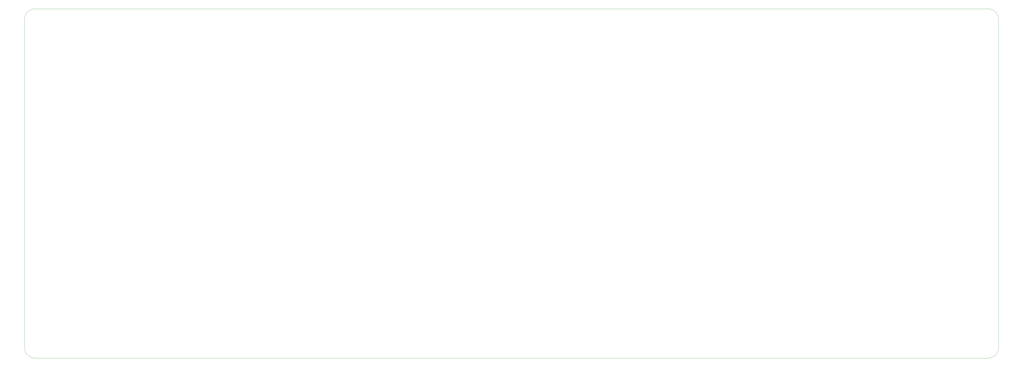
<source format=gbr>
%TF.GenerationSoftware,KiCad,Pcbnew,7.0.5*%
%TF.CreationDate,2023-06-20T21:05:11-04:00*%
%TF.ProjectId,100p-keebored,31303070-2d6b-4656-9562-6f7265642e6b,rev?*%
%TF.SameCoordinates,Original*%
%TF.FileFunction,Profile,NP*%
%FSLAX46Y46*%
G04 Gerber Fmt 4.6, Leading zero omitted, Abs format (unit mm)*
G04 Created by KiCad (PCBNEW 7.0.5) date 2023-06-20 21:05:11*
%MOMM*%
%LPD*%
G01*
G04 APERTURE LIST*
%TA.AperFunction,Profile*%
%ADD10C,0.100000*%
%TD*%
G04 APERTURE END LIST*
D10*
X493776000Y-219379800D02*
X65151000Y-219379800D01*
X498538500Y-66979800D02*
G75*
G03*
X493776000Y-62217300I-4762600J-100D01*
G01*
X60388500Y-214617300D02*
G75*
G03*
X65151000Y-219379800I4762400J-100D01*
G01*
X60388500Y-214617300D02*
X60388500Y-66979800D01*
X65151000Y-62217300D02*
X493776000Y-62217300D01*
X65151000Y-62217300D02*
G75*
G03*
X60388500Y-66979800I0J-4762500D01*
G01*
X498538500Y-66979800D02*
X498538500Y-214617300D01*
X493776000Y-219379800D02*
G75*
G03*
X498538500Y-214617300I0J4762500D01*
G01*
M02*

</source>
